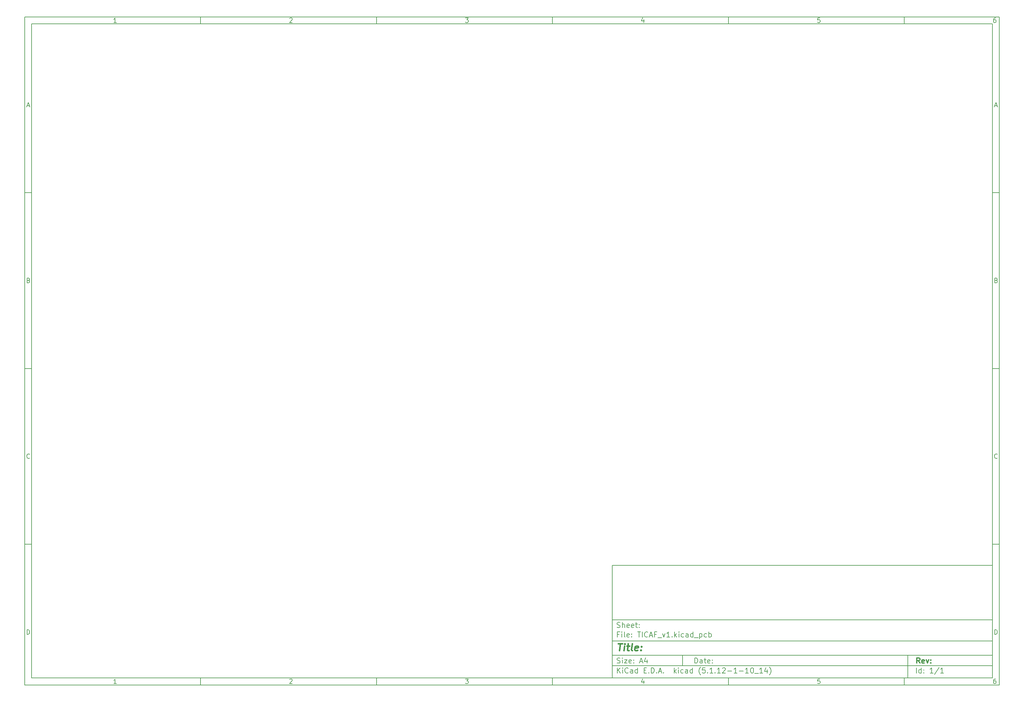
<source format=gbr>
%TF.GenerationSoftware,KiCad,Pcbnew,(5.1.12-1-10_14)*%
%TF.CreationDate,2021-12-30T00:25:25+00:00*%
%TF.ProjectId,TICAF_v1,54494341-465f-4763-912e-6b696361645f,rev?*%
%TF.SameCoordinates,Original*%
%TF.FileFunction,Profile,NP*%
%FSLAX46Y46*%
G04 Gerber Fmt 4.6, Leading zero omitted, Abs format (unit mm)*
G04 Created by KiCad (PCBNEW (5.1.12-1-10_14)) date 2021-12-30 00:25:25*
%MOMM*%
%LPD*%
G01*
G04 APERTURE LIST*
%ADD10C,0.100000*%
%ADD11C,0.150000*%
%ADD12C,0.300000*%
%ADD13C,0.400000*%
G04 APERTURE END LIST*
D10*
D11*
X177002200Y-166007200D02*
X177002200Y-198007200D01*
X285002200Y-198007200D01*
X285002200Y-166007200D01*
X177002200Y-166007200D01*
D10*
D11*
X10000000Y-10000000D02*
X10000000Y-200007200D01*
X287002200Y-200007200D01*
X287002200Y-10000000D01*
X10000000Y-10000000D01*
D10*
D11*
X12000000Y-12000000D02*
X12000000Y-198007200D01*
X285002200Y-198007200D01*
X285002200Y-12000000D01*
X12000000Y-12000000D01*
D10*
D11*
X60000000Y-12000000D02*
X60000000Y-10000000D01*
D10*
D11*
X110000000Y-12000000D02*
X110000000Y-10000000D01*
D10*
D11*
X160000000Y-12000000D02*
X160000000Y-10000000D01*
D10*
D11*
X210000000Y-12000000D02*
X210000000Y-10000000D01*
D10*
D11*
X260000000Y-12000000D02*
X260000000Y-10000000D01*
D10*
D11*
X36065476Y-11588095D02*
X35322619Y-11588095D01*
X35694047Y-11588095D02*
X35694047Y-10288095D01*
X35570238Y-10473809D01*
X35446428Y-10597619D01*
X35322619Y-10659523D01*
D10*
D11*
X85322619Y-10411904D02*
X85384523Y-10350000D01*
X85508333Y-10288095D01*
X85817857Y-10288095D01*
X85941666Y-10350000D01*
X86003571Y-10411904D01*
X86065476Y-10535714D01*
X86065476Y-10659523D01*
X86003571Y-10845238D01*
X85260714Y-11588095D01*
X86065476Y-11588095D01*
D10*
D11*
X135260714Y-10288095D02*
X136065476Y-10288095D01*
X135632142Y-10783333D01*
X135817857Y-10783333D01*
X135941666Y-10845238D01*
X136003571Y-10907142D01*
X136065476Y-11030952D01*
X136065476Y-11340476D01*
X136003571Y-11464285D01*
X135941666Y-11526190D01*
X135817857Y-11588095D01*
X135446428Y-11588095D01*
X135322619Y-11526190D01*
X135260714Y-11464285D01*
D10*
D11*
X185941666Y-10721428D02*
X185941666Y-11588095D01*
X185632142Y-10226190D02*
X185322619Y-11154761D01*
X186127380Y-11154761D01*
D10*
D11*
X236003571Y-10288095D02*
X235384523Y-10288095D01*
X235322619Y-10907142D01*
X235384523Y-10845238D01*
X235508333Y-10783333D01*
X235817857Y-10783333D01*
X235941666Y-10845238D01*
X236003571Y-10907142D01*
X236065476Y-11030952D01*
X236065476Y-11340476D01*
X236003571Y-11464285D01*
X235941666Y-11526190D01*
X235817857Y-11588095D01*
X235508333Y-11588095D01*
X235384523Y-11526190D01*
X235322619Y-11464285D01*
D10*
D11*
X285941666Y-10288095D02*
X285694047Y-10288095D01*
X285570238Y-10350000D01*
X285508333Y-10411904D01*
X285384523Y-10597619D01*
X285322619Y-10845238D01*
X285322619Y-11340476D01*
X285384523Y-11464285D01*
X285446428Y-11526190D01*
X285570238Y-11588095D01*
X285817857Y-11588095D01*
X285941666Y-11526190D01*
X286003571Y-11464285D01*
X286065476Y-11340476D01*
X286065476Y-11030952D01*
X286003571Y-10907142D01*
X285941666Y-10845238D01*
X285817857Y-10783333D01*
X285570238Y-10783333D01*
X285446428Y-10845238D01*
X285384523Y-10907142D01*
X285322619Y-11030952D01*
D10*
D11*
X60000000Y-198007200D02*
X60000000Y-200007200D01*
D10*
D11*
X110000000Y-198007200D02*
X110000000Y-200007200D01*
D10*
D11*
X160000000Y-198007200D02*
X160000000Y-200007200D01*
D10*
D11*
X210000000Y-198007200D02*
X210000000Y-200007200D01*
D10*
D11*
X260000000Y-198007200D02*
X260000000Y-200007200D01*
D10*
D11*
X36065476Y-199595295D02*
X35322619Y-199595295D01*
X35694047Y-199595295D02*
X35694047Y-198295295D01*
X35570238Y-198481009D01*
X35446428Y-198604819D01*
X35322619Y-198666723D01*
D10*
D11*
X85322619Y-198419104D02*
X85384523Y-198357200D01*
X85508333Y-198295295D01*
X85817857Y-198295295D01*
X85941666Y-198357200D01*
X86003571Y-198419104D01*
X86065476Y-198542914D01*
X86065476Y-198666723D01*
X86003571Y-198852438D01*
X85260714Y-199595295D01*
X86065476Y-199595295D01*
D10*
D11*
X135260714Y-198295295D02*
X136065476Y-198295295D01*
X135632142Y-198790533D01*
X135817857Y-198790533D01*
X135941666Y-198852438D01*
X136003571Y-198914342D01*
X136065476Y-199038152D01*
X136065476Y-199347676D01*
X136003571Y-199471485D01*
X135941666Y-199533390D01*
X135817857Y-199595295D01*
X135446428Y-199595295D01*
X135322619Y-199533390D01*
X135260714Y-199471485D01*
D10*
D11*
X185941666Y-198728628D02*
X185941666Y-199595295D01*
X185632142Y-198233390D02*
X185322619Y-199161961D01*
X186127380Y-199161961D01*
D10*
D11*
X236003571Y-198295295D02*
X235384523Y-198295295D01*
X235322619Y-198914342D01*
X235384523Y-198852438D01*
X235508333Y-198790533D01*
X235817857Y-198790533D01*
X235941666Y-198852438D01*
X236003571Y-198914342D01*
X236065476Y-199038152D01*
X236065476Y-199347676D01*
X236003571Y-199471485D01*
X235941666Y-199533390D01*
X235817857Y-199595295D01*
X235508333Y-199595295D01*
X235384523Y-199533390D01*
X235322619Y-199471485D01*
D10*
D11*
X285941666Y-198295295D02*
X285694047Y-198295295D01*
X285570238Y-198357200D01*
X285508333Y-198419104D01*
X285384523Y-198604819D01*
X285322619Y-198852438D01*
X285322619Y-199347676D01*
X285384523Y-199471485D01*
X285446428Y-199533390D01*
X285570238Y-199595295D01*
X285817857Y-199595295D01*
X285941666Y-199533390D01*
X286003571Y-199471485D01*
X286065476Y-199347676D01*
X286065476Y-199038152D01*
X286003571Y-198914342D01*
X285941666Y-198852438D01*
X285817857Y-198790533D01*
X285570238Y-198790533D01*
X285446428Y-198852438D01*
X285384523Y-198914342D01*
X285322619Y-199038152D01*
D10*
D11*
X10000000Y-60000000D02*
X12000000Y-60000000D01*
D10*
D11*
X10000000Y-110000000D02*
X12000000Y-110000000D01*
D10*
D11*
X10000000Y-160000000D02*
X12000000Y-160000000D01*
D10*
D11*
X10690476Y-35216666D02*
X11309523Y-35216666D01*
X10566666Y-35588095D02*
X11000000Y-34288095D01*
X11433333Y-35588095D01*
D10*
D11*
X11092857Y-84907142D02*
X11278571Y-84969047D01*
X11340476Y-85030952D01*
X11402380Y-85154761D01*
X11402380Y-85340476D01*
X11340476Y-85464285D01*
X11278571Y-85526190D01*
X11154761Y-85588095D01*
X10659523Y-85588095D01*
X10659523Y-84288095D01*
X11092857Y-84288095D01*
X11216666Y-84350000D01*
X11278571Y-84411904D01*
X11340476Y-84535714D01*
X11340476Y-84659523D01*
X11278571Y-84783333D01*
X11216666Y-84845238D01*
X11092857Y-84907142D01*
X10659523Y-84907142D01*
D10*
D11*
X11402380Y-135464285D02*
X11340476Y-135526190D01*
X11154761Y-135588095D01*
X11030952Y-135588095D01*
X10845238Y-135526190D01*
X10721428Y-135402380D01*
X10659523Y-135278571D01*
X10597619Y-135030952D01*
X10597619Y-134845238D01*
X10659523Y-134597619D01*
X10721428Y-134473809D01*
X10845238Y-134350000D01*
X11030952Y-134288095D01*
X11154761Y-134288095D01*
X11340476Y-134350000D01*
X11402380Y-134411904D01*
D10*
D11*
X10659523Y-185588095D02*
X10659523Y-184288095D01*
X10969047Y-184288095D01*
X11154761Y-184350000D01*
X11278571Y-184473809D01*
X11340476Y-184597619D01*
X11402380Y-184845238D01*
X11402380Y-185030952D01*
X11340476Y-185278571D01*
X11278571Y-185402380D01*
X11154761Y-185526190D01*
X10969047Y-185588095D01*
X10659523Y-185588095D01*
D10*
D11*
X287002200Y-60000000D02*
X285002200Y-60000000D01*
D10*
D11*
X287002200Y-110000000D02*
X285002200Y-110000000D01*
D10*
D11*
X287002200Y-160000000D02*
X285002200Y-160000000D01*
D10*
D11*
X285692676Y-35216666D02*
X286311723Y-35216666D01*
X285568866Y-35588095D02*
X286002200Y-34288095D01*
X286435533Y-35588095D01*
D10*
D11*
X286095057Y-84907142D02*
X286280771Y-84969047D01*
X286342676Y-85030952D01*
X286404580Y-85154761D01*
X286404580Y-85340476D01*
X286342676Y-85464285D01*
X286280771Y-85526190D01*
X286156961Y-85588095D01*
X285661723Y-85588095D01*
X285661723Y-84288095D01*
X286095057Y-84288095D01*
X286218866Y-84350000D01*
X286280771Y-84411904D01*
X286342676Y-84535714D01*
X286342676Y-84659523D01*
X286280771Y-84783333D01*
X286218866Y-84845238D01*
X286095057Y-84907142D01*
X285661723Y-84907142D01*
D10*
D11*
X286404580Y-135464285D02*
X286342676Y-135526190D01*
X286156961Y-135588095D01*
X286033152Y-135588095D01*
X285847438Y-135526190D01*
X285723628Y-135402380D01*
X285661723Y-135278571D01*
X285599819Y-135030952D01*
X285599819Y-134845238D01*
X285661723Y-134597619D01*
X285723628Y-134473809D01*
X285847438Y-134350000D01*
X286033152Y-134288095D01*
X286156961Y-134288095D01*
X286342676Y-134350000D01*
X286404580Y-134411904D01*
D10*
D11*
X285661723Y-185588095D02*
X285661723Y-184288095D01*
X285971247Y-184288095D01*
X286156961Y-184350000D01*
X286280771Y-184473809D01*
X286342676Y-184597619D01*
X286404580Y-184845238D01*
X286404580Y-185030952D01*
X286342676Y-185278571D01*
X286280771Y-185402380D01*
X286156961Y-185526190D01*
X285971247Y-185588095D01*
X285661723Y-185588095D01*
D10*
D11*
X200434342Y-193785771D02*
X200434342Y-192285771D01*
X200791485Y-192285771D01*
X201005771Y-192357200D01*
X201148628Y-192500057D01*
X201220057Y-192642914D01*
X201291485Y-192928628D01*
X201291485Y-193142914D01*
X201220057Y-193428628D01*
X201148628Y-193571485D01*
X201005771Y-193714342D01*
X200791485Y-193785771D01*
X200434342Y-193785771D01*
X202577200Y-193785771D02*
X202577200Y-193000057D01*
X202505771Y-192857200D01*
X202362914Y-192785771D01*
X202077200Y-192785771D01*
X201934342Y-192857200D01*
X202577200Y-193714342D02*
X202434342Y-193785771D01*
X202077200Y-193785771D01*
X201934342Y-193714342D01*
X201862914Y-193571485D01*
X201862914Y-193428628D01*
X201934342Y-193285771D01*
X202077200Y-193214342D01*
X202434342Y-193214342D01*
X202577200Y-193142914D01*
X203077200Y-192785771D02*
X203648628Y-192785771D01*
X203291485Y-192285771D02*
X203291485Y-193571485D01*
X203362914Y-193714342D01*
X203505771Y-193785771D01*
X203648628Y-193785771D01*
X204720057Y-193714342D02*
X204577200Y-193785771D01*
X204291485Y-193785771D01*
X204148628Y-193714342D01*
X204077200Y-193571485D01*
X204077200Y-193000057D01*
X204148628Y-192857200D01*
X204291485Y-192785771D01*
X204577200Y-192785771D01*
X204720057Y-192857200D01*
X204791485Y-193000057D01*
X204791485Y-193142914D01*
X204077200Y-193285771D01*
X205434342Y-193642914D02*
X205505771Y-193714342D01*
X205434342Y-193785771D01*
X205362914Y-193714342D01*
X205434342Y-193642914D01*
X205434342Y-193785771D01*
X205434342Y-192857200D02*
X205505771Y-192928628D01*
X205434342Y-193000057D01*
X205362914Y-192928628D01*
X205434342Y-192857200D01*
X205434342Y-193000057D01*
D10*
D11*
X177002200Y-194507200D02*
X285002200Y-194507200D01*
D10*
D11*
X178434342Y-196585771D02*
X178434342Y-195085771D01*
X179291485Y-196585771D02*
X178648628Y-195728628D01*
X179291485Y-195085771D02*
X178434342Y-195942914D01*
X179934342Y-196585771D02*
X179934342Y-195585771D01*
X179934342Y-195085771D02*
X179862914Y-195157200D01*
X179934342Y-195228628D01*
X180005771Y-195157200D01*
X179934342Y-195085771D01*
X179934342Y-195228628D01*
X181505771Y-196442914D02*
X181434342Y-196514342D01*
X181220057Y-196585771D01*
X181077200Y-196585771D01*
X180862914Y-196514342D01*
X180720057Y-196371485D01*
X180648628Y-196228628D01*
X180577200Y-195942914D01*
X180577200Y-195728628D01*
X180648628Y-195442914D01*
X180720057Y-195300057D01*
X180862914Y-195157200D01*
X181077200Y-195085771D01*
X181220057Y-195085771D01*
X181434342Y-195157200D01*
X181505771Y-195228628D01*
X182791485Y-196585771D02*
X182791485Y-195800057D01*
X182720057Y-195657200D01*
X182577200Y-195585771D01*
X182291485Y-195585771D01*
X182148628Y-195657200D01*
X182791485Y-196514342D02*
X182648628Y-196585771D01*
X182291485Y-196585771D01*
X182148628Y-196514342D01*
X182077200Y-196371485D01*
X182077200Y-196228628D01*
X182148628Y-196085771D01*
X182291485Y-196014342D01*
X182648628Y-196014342D01*
X182791485Y-195942914D01*
X184148628Y-196585771D02*
X184148628Y-195085771D01*
X184148628Y-196514342D02*
X184005771Y-196585771D01*
X183720057Y-196585771D01*
X183577200Y-196514342D01*
X183505771Y-196442914D01*
X183434342Y-196300057D01*
X183434342Y-195871485D01*
X183505771Y-195728628D01*
X183577200Y-195657200D01*
X183720057Y-195585771D01*
X184005771Y-195585771D01*
X184148628Y-195657200D01*
X186005771Y-195800057D02*
X186505771Y-195800057D01*
X186720057Y-196585771D02*
X186005771Y-196585771D01*
X186005771Y-195085771D01*
X186720057Y-195085771D01*
X187362914Y-196442914D02*
X187434342Y-196514342D01*
X187362914Y-196585771D01*
X187291485Y-196514342D01*
X187362914Y-196442914D01*
X187362914Y-196585771D01*
X188077200Y-196585771D02*
X188077200Y-195085771D01*
X188434342Y-195085771D01*
X188648628Y-195157200D01*
X188791485Y-195300057D01*
X188862914Y-195442914D01*
X188934342Y-195728628D01*
X188934342Y-195942914D01*
X188862914Y-196228628D01*
X188791485Y-196371485D01*
X188648628Y-196514342D01*
X188434342Y-196585771D01*
X188077200Y-196585771D01*
X189577200Y-196442914D02*
X189648628Y-196514342D01*
X189577200Y-196585771D01*
X189505771Y-196514342D01*
X189577200Y-196442914D01*
X189577200Y-196585771D01*
X190220057Y-196157200D02*
X190934342Y-196157200D01*
X190077200Y-196585771D02*
X190577200Y-195085771D01*
X191077200Y-196585771D01*
X191577200Y-196442914D02*
X191648628Y-196514342D01*
X191577200Y-196585771D01*
X191505771Y-196514342D01*
X191577200Y-196442914D01*
X191577200Y-196585771D01*
X194577200Y-196585771D02*
X194577200Y-195085771D01*
X194720057Y-196014342D02*
X195148628Y-196585771D01*
X195148628Y-195585771D02*
X194577200Y-196157200D01*
X195791485Y-196585771D02*
X195791485Y-195585771D01*
X195791485Y-195085771D02*
X195720057Y-195157200D01*
X195791485Y-195228628D01*
X195862914Y-195157200D01*
X195791485Y-195085771D01*
X195791485Y-195228628D01*
X197148628Y-196514342D02*
X197005771Y-196585771D01*
X196720057Y-196585771D01*
X196577200Y-196514342D01*
X196505771Y-196442914D01*
X196434342Y-196300057D01*
X196434342Y-195871485D01*
X196505771Y-195728628D01*
X196577200Y-195657200D01*
X196720057Y-195585771D01*
X197005771Y-195585771D01*
X197148628Y-195657200D01*
X198434342Y-196585771D02*
X198434342Y-195800057D01*
X198362914Y-195657200D01*
X198220057Y-195585771D01*
X197934342Y-195585771D01*
X197791485Y-195657200D01*
X198434342Y-196514342D02*
X198291485Y-196585771D01*
X197934342Y-196585771D01*
X197791485Y-196514342D01*
X197720057Y-196371485D01*
X197720057Y-196228628D01*
X197791485Y-196085771D01*
X197934342Y-196014342D01*
X198291485Y-196014342D01*
X198434342Y-195942914D01*
X199791485Y-196585771D02*
X199791485Y-195085771D01*
X199791485Y-196514342D02*
X199648628Y-196585771D01*
X199362914Y-196585771D01*
X199220057Y-196514342D01*
X199148628Y-196442914D01*
X199077200Y-196300057D01*
X199077200Y-195871485D01*
X199148628Y-195728628D01*
X199220057Y-195657200D01*
X199362914Y-195585771D01*
X199648628Y-195585771D01*
X199791485Y-195657200D01*
X202077200Y-197157200D02*
X202005771Y-197085771D01*
X201862914Y-196871485D01*
X201791485Y-196728628D01*
X201720057Y-196514342D01*
X201648628Y-196157200D01*
X201648628Y-195871485D01*
X201720057Y-195514342D01*
X201791485Y-195300057D01*
X201862914Y-195157200D01*
X202005771Y-194942914D01*
X202077200Y-194871485D01*
X203362914Y-195085771D02*
X202648628Y-195085771D01*
X202577200Y-195800057D01*
X202648628Y-195728628D01*
X202791485Y-195657200D01*
X203148628Y-195657200D01*
X203291485Y-195728628D01*
X203362914Y-195800057D01*
X203434342Y-195942914D01*
X203434342Y-196300057D01*
X203362914Y-196442914D01*
X203291485Y-196514342D01*
X203148628Y-196585771D01*
X202791485Y-196585771D01*
X202648628Y-196514342D01*
X202577200Y-196442914D01*
X204077200Y-196442914D02*
X204148628Y-196514342D01*
X204077200Y-196585771D01*
X204005771Y-196514342D01*
X204077200Y-196442914D01*
X204077200Y-196585771D01*
X205577200Y-196585771D02*
X204720057Y-196585771D01*
X205148628Y-196585771D02*
X205148628Y-195085771D01*
X205005771Y-195300057D01*
X204862914Y-195442914D01*
X204720057Y-195514342D01*
X206220057Y-196442914D02*
X206291485Y-196514342D01*
X206220057Y-196585771D01*
X206148628Y-196514342D01*
X206220057Y-196442914D01*
X206220057Y-196585771D01*
X207720057Y-196585771D02*
X206862914Y-196585771D01*
X207291485Y-196585771D02*
X207291485Y-195085771D01*
X207148628Y-195300057D01*
X207005771Y-195442914D01*
X206862914Y-195514342D01*
X208291485Y-195228628D02*
X208362914Y-195157200D01*
X208505771Y-195085771D01*
X208862914Y-195085771D01*
X209005771Y-195157200D01*
X209077200Y-195228628D01*
X209148628Y-195371485D01*
X209148628Y-195514342D01*
X209077200Y-195728628D01*
X208220057Y-196585771D01*
X209148628Y-196585771D01*
X209791485Y-196014342D02*
X210934342Y-196014342D01*
X212434342Y-196585771D02*
X211577200Y-196585771D01*
X212005771Y-196585771D02*
X212005771Y-195085771D01*
X211862914Y-195300057D01*
X211720057Y-195442914D01*
X211577200Y-195514342D01*
X213077200Y-196014342D02*
X214220057Y-196014342D01*
X215720057Y-196585771D02*
X214862914Y-196585771D01*
X215291485Y-196585771D02*
X215291485Y-195085771D01*
X215148628Y-195300057D01*
X215005771Y-195442914D01*
X214862914Y-195514342D01*
X216648628Y-195085771D02*
X216791485Y-195085771D01*
X216934342Y-195157200D01*
X217005771Y-195228628D01*
X217077200Y-195371485D01*
X217148628Y-195657200D01*
X217148628Y-196014342D01*
X217077200Y-196300057D01*
X217005771Y-196442914D01*
X216934342Y-196514342D01*
X216791485Y-196585771D01*
X216648628Y-196585771D01*
X216505771Y-196514342D01*
X216434342Y-196442914D01*
X216362914Y-196300057D01*
X216291485Y-196014342D01*
X216291485Y-195657200D01*
X216362914Y-195371485D01*
X216434342Y-195228628D01*
X216505771Y-195157200D01*
X216648628Y-195085771D01*
X217434342Y-196728628D02*
X218577200Y-196728628D01*
X219720057Y-196585771D02*
X218862914Y-196585771D01*
X219291485Y-196585771D02*
X219291485Y-195085771D01*
X219148628Y-195300057D01*
X219005771Y-195442914D01*
X218862914Y-195514342D01*
X221005771Y-195585771D02*
X221005771Y-196585771D01*
X220648628Y-195014342D02*
X220291485Y-196085771D01*
X221220057Y-196085771D01*
X221648628Y-197157200D02*
X221720057Y-197085771D01*
X221862914Y-196871485D01*
X221934342Y-196728628D01*
X222005771Y-196514342D01*
X222077200Y-196157200D01*
X222077200Y-195871485D01*
X222005771Y-195514342D01*
X221934342Y-195300057D01*
X221862914Y-195157200D01*
X221720057Y-194942914D01*
X221648628Y-194871485D01*
D10*
D11*
X177002200Y-191507200D02*
X285002200Y-191507200D01*
D10*
D12*
X264411485Y-193785771D02*
X263911485Y-193071485D01*
X263554342Y-193785771D02*
X263554342Y-192285771D01*
X264125771Y-192285771D01*
X264268628Y-192357200D01*
X264340057Y-192428628D01*
X264411485Y-192571485D01*
X264411485Y-192785771D01*
X264340057Y-192928628D01*
X264268628Y-193000057D01*
X264125771Y-193071485D01*
X263554342Y-193071485D01*
X265625771Y-193714342D02*
X265482914Y-193785771D01*
X265197200Y-193785771D01*
X265054342Y-193714342D01*
X264982914Y-193571485D01*
X264982914Y-193000057D01*
X265054342Y-192857200D01*
X265197200Y-192785771D01*
X265482914Y-192785771D01*
X265625771Y-192857200D01*
X265697200Y-193000057D01*
X265697200Y-193142914D01*
X264982914Y-193285771D01*
X266197200Y-192785771D02*
X266554342Y-193785771D01*
X266911485Y-192785771D01*
X267482914Y-193642914D02*
X267554342Y-193714342D01*
X267482914Y-193785771D01*
X267411485Y-193714342D01*
X267482914Y-193642914D01*
X267482914Y-193785771D01*
X267482914Y-192857200D02*
X267554342Y-192928628D01*
X267482914Y-193000057D01*
X267411485Y-192928628D01*
X267482914Y-192857200D01*
X267482914Y-193000057D01*
D10*
D11*
X178362914Y-193714342D02*
X178577200Y-193785771D01*
X178934342Y-193785771D01*
X179077200Y-193714342D01*
X179148628Y-193642914D01*
X179220057Y-193500057D01*
X179220057Y-193357200D01*
X179148628Y-193214342D01*
X179077200Y-193142914D01*
X178934342Y-193071485D01*
X178648628Y-193000057D01*
X178505771Y-192928628D01*
X178434342Y-192857200D01*
X178362914Y-192714342D01*
X178362914Y-192571485D01*
X178434342Y-192428628D01*
X178505771Y-192357200D01*
X178648628Y-192285771D01*
X179005771Y-192285771D01*
X179220057Y-192357200D01*
X179862914Y-193785771D02*
X179862914Y-192785771D01*
X179862914Y-192285771D02*
X179791485Y-192357200D01*
X179862914Y-192428628D01*
X179934342Y-192357200D01*
X179862914Y-192285771D01*
X179862914Y-192428628D01*
X180434342Y-192785771D02*
X181220057Y-192785771D01*
X180434342Y-193785771D01*
X181220057Y-193785771D01*
X182362914Y-193714342D02*
X182220057Y-193785771D01*
X181934342Y-193785771D01*
X181791485Y-193714342D01*
X181720057Y-193571485D01*
X181720057Y-193000057D01*
X181791485Y-192857200D01*
X181934342Y-192785771D01*
X182220057Y-192785771D01*
X182362914Y-192857200D01*
X182434342Y-193000057D01*
X182434342Y-193142914D01*
X181720057Y-193285771D01*
X183077200Y-193642914D02*
X183148628Y-193714342D01*
X183077200Y-193785771D01*
X183005771Y-193714342D01*
X183077200Y-193642914D01*
X183077200Y-193785771D01*
X183077200Y-192857200D02*
X183148628Y-192928628D01*
X183077200Y-193000057D01*
X183005771Y-192928628D01*
X183077200Y-192857200D01*
X183077200Y-193000057D01*
X184862914Y-193357200D02*
X185577200Y-193357200D01*
X184720057Y-193785771D02*
X185220057Y-192285771D01*
X185720057Y-193785771D01*
X186862914Y-192785771D02*
X186862914Y-193785771D01*
X186505771Y-192214342D02*
X186148628Y-193285771D01*
X187077200Y-193285771D01*
D10*
D11*
X263434342Y-196585771D02*
X263434342Y-195085771D01*
X264791485Y-196585771D02*
X264791485Y-195085771D01*
X264791485Y-196514342D02*
X264648628Y-196585771D01*
X264362914Y-196585771D01*
X264220057Y-196514342D01*
X264148628Y-196442914D01*
X264077200Y-196300057D01*
X264077200Y-195871485D01*
X264148628Y-195728628D01*
X264220057Y-195657200D01*
X264362914Y-195585771D01*
X264648628Y-195585771D01*
X264791485Y-195657200D01*
X265505771Y-196442914D02*
X265577200Y-196514342D01*
X265505771Y-196585771D01*
X265434342Y-196514342D01*
X265505771Y-196442914D01*
X265505771Y-196585771D01*
X265505771Y-195657200D02*
X265577200Y-195728628D01*
X265505771Y-195800057D01*
X265434342Y-195728628D01*
X265505771Y-195657200D01*
X265505771Y-195800057D01*
X268148628Y-196585771D02*
X267291485Y-196585771D01*
X267720057Y-196585771D02*
X267720057Y-195085771D01*
X267577200Y-195300057D01*
X267434342Y-195442914D01*
X267291485Y-195514342D01*
X269862914Y-195014342D02*
X268577200Y-196942914D01*
X271148628Y-196585771D02*
X270291485Y-196585771D01*
X270720057Y-196585771D02*
X270720057Y-195085771D01*
X270577200Y-195300057D01*
X270434342Y-195442914D01*
X270291485Y-195514342D01*
D10*
D11*
X177002200Y-187507200D02*
X285002200Y-187507200D01*
D10*
D13*
X178714580Y-188211961D02*
X179857438Y-188211961D01*
X179036009Y-190211961D02*
X179286009Y-188211961D01*
X180274104Y-190211961D02*
X180440771Y-188878628D01*
X180524104Y-188211961D02*
X180416961Y-188307200D01*
X180500295Y-188402438D01*
X180607438Y-188307200D01*
X180524104Y-188211961D01*
X180500295Y-188402438D01*
X181107438Y-188878628D02*
X181869342Y-188878628D01*
X181476485Y-188211961D02*
X181262200Y-189926247D01*
X181333628Y-190116723D01*
X181512200Y-190211961D01*
X181702676Y-190211961D01*
X182655057Y-190211961D02*
X182476485Y-190116723D01*
X182405057Y-189926247D01*
X182619342Y-188211961D01*
X184190771Y-190116723D02*
X183988390Y-190211961D01*
X183607438Y-190211961D01*
X183428866Y-190116723D01*
X183357438Y-189926247D01*
X183452676Y-189164342D01*
X183571723Y-188973866D01*
X183774104Y-188878628D01*
X184155057Y-188878628D01*
X184333628Y-188973866D01*
X184405057Y-189164342D01*
X184381247Y-189354819D01*
X183405057Y-189545295D01*
X185155057Y-190021485D02*
X185238390Y-190116723D01*
X185131247Y-190211961D01*
X185047914Y-190116723D01*
X185155057Y-190021485D01*
X185131247Y-190211961D01*
X185286009Y-188973866D02*
X185369342Y-189069104D01*
X185262200Y-189164342D01*
X185178866Y-189069104D01*
X185286009Y-188973866D01*
X185262200Y-189164342D01*
D10*
D11*
X178934342Y-185600057D02*
X178434342Y-185600057D01*
X178434342Y-186385771D02*
X178434342Y-184885771D01*
X179148628Y-184885771D01*
X179720057Y-186385771D02*
X179720057Y-185385771D01*
X179720057Y-184885771D02*
X179648628Y-184957200D01*
X179720057Y-185028628D01*
X179791485Y-184957200D01*
X179720057Y-184885771D01*
X179720057Y-185028628D01*
X180648628Y-186385771D02*
X180505771Y-186314342D01*
X180434342Y-186171485D01*
X180434342Y-184885771D01*
X181791485Y-186314342D02*
X181648628Y-186385771D01*
X181362914Y-186385771D01*
X181220057Y-186314342D01*
X181148628Y-186171485D01*
X181148628Y-185600057D01*
X181220057Y-185457200D01*
X181362914Y-185385771D01*
X181648628Y-185385771D01*
X181791485Y-185457200D01*
X181862914Y-185600057D01*
X181862914Y-185742914D01*
X181148628Y-185885771D01*
X182505771Y-186242914D02*
X182577200Y-186314342D01*
X182505771Y-186385771D01*
X182434342Y-186314342D01*
X182505771Y-186242914D01*
X182505771Y-186385771D01*
X182505771Y-185457200D02*
X182577200Y-185528628D01*
X182505771Y-185600057D01*
X182434342Y-185528628D01*
X182505771Y-185457200D01*
X182505771Y-185600057D01*
X184148628Y-184885771D02*
X185005771Y-184885771D01*
X184577200Y-186385771D02*
X184577200Y-184885771D01*
X185505771Y-186385771D02*
X185505771Y-184885771D01*
X187077200Y-186242914D02*
X187005771Y-186314342D01*
X186791485Y-186385771D01*
X186648628Y-186385771D01*
X186434342Y-186314342D01*
X186291485Y-186171485D01*
X186220057Y-186028628D01*
X186148628Y-185742914D01*
X186148628Y-185528628D01*
X186220057Y-185242914D01*
X186291485Y-185100057D01*
X186434342Y-184957200D01*
X186648628Y-184885771D01*
X186791485Y-184885771D01*
X187005771Y-184957200D01*
X187077200Y-185028628D01*
X187648628Y-185957200D02*
X188362914Y-185957200D01*
X187505771Y-186385771D02*
X188005771Y-184885771D01*
X188505771Y-186385771D01*
X189505771Y-185600057D02*
X189005771Y-185600057D01*
X189005771Y-186385771D02*
X189005771Y-184885771D01*
X189720057Y-184885771D01*
X189934342Y-186528628D02*
X191077200Y-186528628D01*
X191291485Y-185385771D02*
X191648628Y-186385771D01*
X192005771Y-185385771D01*
X193362914Y-186385771D02*
X192505771Y-186385771D01*
X192934342Y-186385771D02*
X192934342Y-184885771D01*
X192791485Y-185100057D01*
X192648628Y-185242914D01*
X192505771Y-185314342D01*
X194005771Y-186242914D02*
X194077200Y-186314342D01*
X194005771Y-186385771D01*
X193934342Y-186314342D01*
X194005771Y-186242914D01*
X194005771Y-186385771D01*
X194720057Y-186385771D02*
X194720057Y-184885771D01*
X194862914Y-185814342D02*
X195291485Y-186385771D01*
X195291485Y-185385771D02*
X194720057Y-185957200D01*
X195934342Y-186385771D02*
X195934342Y-185385771D01*
X195934342Y-184885771D02*
X195862914Y-184957200D01*
X195934342Y-185028628D01*
X196005771Y-184957200D01*
X195934342Y-184885771D01*
X195934342Y-185028628D01*
X197291485Y-186314342D02*
X197148628Y-186385771D01*
X196862914Y-186385771D01*
X196720057Y-186314342D01*
X196648628Y-186242914D01*
X196577200Y-186100057D01*
X196577200Y-185671485D01*
X196648628Y-185528628D01*
X196720057Y-185457200D01*
X196862914Y-185385771D01*
X197148628Y-185385771D01*
X197291485Y-185457200D01*
X198577200Y-186385771D02*
X198577200Y-185600057D01*
X198505771Y-185457200D01*
X198362914Y-185385771D01*
X198077200Y-185385771D01*
X197934342Y-185457200D01*
X198577200Y-186314342D02*
X198434342Y-186385771D01*
X198077200Y-186385771D01*
X197934342Y-186314342D01*
X197862914Y-186171485D01*
X197862914Y-186028628D01*
X197934342Y-185885771D01*
X198077200Y-185814342D01*
X198434342Y-185814342D01*
X198577200Y-185742914D01*
X199934342Y-186385771D02*
X199934342Y-184885771D01*
X199934342Y-186314342D02*
X199791485Y-186385771D01*
X199505771Y-186385771D01*
X199362914Y-186314342D01*
X199291485Y-186242914D01*
X199220057Y-186100057D01*
X199220057Y-185671485D01*
X199291485Y-185528628D01*
X199362914Y-185457200D01*
X199505771Y-185385771D01*
X199791485Y-185385771D01*
X199934342Y-185457200D01*
X200291485Y-186528628D02*
X201434342Y-186528628D01*
X201791485Y-185385771D02*
X201791485Y-186885771D01*
X201791485Y-185457200D02*
X201934342Y-185385771D01*
X202220057Y-185385771D01*
X202362914Y-185457200D01*
X202434342Y-185528628D01*
X202505771Y-185671485D01*
X202505771Y-186100057D01*
X202434342Y-186242914D01*
X202362914Y-186314342D01*
X202220057Y-186385771D01*
X201934342Y-186385771D01*
X201791485Y-186314342D01*
X203791485Y-186314342D02*
X203648628Y-186385771D01*
X203362914Y-186385771D01*
X203220057Y-186314342D01*
X203148628Y-186242914D01*
X203077200Y-186100057D01*
X203077200Y-185671485D01*
X203148628Y-185528628D01*
X203220057Y-185457200D01*
X203362914Y-185385771D01*
X203648628Y-185385771D01*
X203791485Y-185457200D01*
X204434342Y-186385771D02*
X204434342Y-184885771D01*
X204434342Y-185457200D02*
X204577200Y-185385771D01*
X204862914Y-185385771D01*
X205005771Y-185457200D01*
X205077200Y-185528628D01*
X205148628Y-185671485D01*
X205148628Y-186100057D01*
X205077200Y-186242914D01*
X205005771Y-186314342D01*
X204862914Y-186385771D01*
X204577200Y-186385771D01*
X204434342Y-186314342D01*
D10*
D11*
X177002200Y-181507200D02*
X285002200Y-181507200D01*
D10*
D11*
X178362914Y-183614342D02*
X178577200Y-183685771D01*
X178934342Y-183685771D01*
X179077200Y-183614342D01*
X179148628Y-183542914D01*
X179220057Y-183400057D01*
X179220057Y-183257200D01*
X179148628Y-183114342D01*
X179077200Y-183042914D01*
X178934342Y-182971485D01*
X178648628Y-182900057D01*
X178505771Y-182828628D01*
X178434342Y-182757200D01*
X178362914Y-182614342D01*
X178362914Y-182471485D01*
X178434342Y-182328628D01*
X178505771Y-182257200D01*
X178648628Y-182185771D01*
X179005771Y-182185771D01*
X179220057Y-182257200D01*
X179862914Y-183685771D02*
X179862914Y-182185771D01*
X180505771Y-183685771D02*
X180505771Y-182900057D01*
X180434342Y-182757200D01*
X180291485Y-182685771D01*
X180077200Y-182685771D01*
X179934342Y-182757200D01*
X179862914Y-182828628D01*
X181791485Y-183614342D02*
X181648628Y-183685771D01*
X181362914Y-183685771D01*
X181220057Y-183614342D01*
X181148628Y-183471485D01*
X181148628Y-182900057D01*
X181220057Y-182757200D01*
X181362914Y-182685771D01*
X181648628Y-182685771D01*
X181791485Y-182757200D01*
X181862914Y-182900057D01*
X181862914Y-183042914D01*
X181148628Y-183185771D01*
X183077200Y-183614342D02*
X182934342Y-183685771D01*
X182648628Y-183685771D01*
X182505771Y-183614342D01*
X182434342Y-183471485D01*
X182434342Y-182900057D01*
X182505771Y-182757200D01*
X182648628Y-182685771D01*
X182934342Y-182685771D01*
X183077200Y-182757200D01*
X183148628Y-182900057D01*
X183148628Y-183042914D01*
X182434342Y-183185771D01*
X183577200Y-182685771D02*
X184148628Y-182685771D01*
X183791485Y-182185771D02*
X183791485Y-183471485D01*
X183862914Y-183614342D01*
X184005771Y-183685771D01*
X184148628Y-183685771D01*
X184648628Y-183542914D02*
X184720057Y-183614342D01*
X184648628Y-183685771D01*
X184577200Y-183614342D01*
X184648628Y-183542914D01*
X184648628Y-183685771D01*
X184648628Y-182757200D02*
X184720057Y-182828628D01*
X184648628Y-182900057D01*
X184577200Y-182828628D01*
X184648628Y-182757200D01*
X184648628Y-182900057D01*
D10*
D11*
X197002200Y-191507200D02*
X197002200Y-194507200D01*
D10*
D11*
X261002200Y-191507200D02*
X261002200Y-198007200D01*
M02*

</source>
